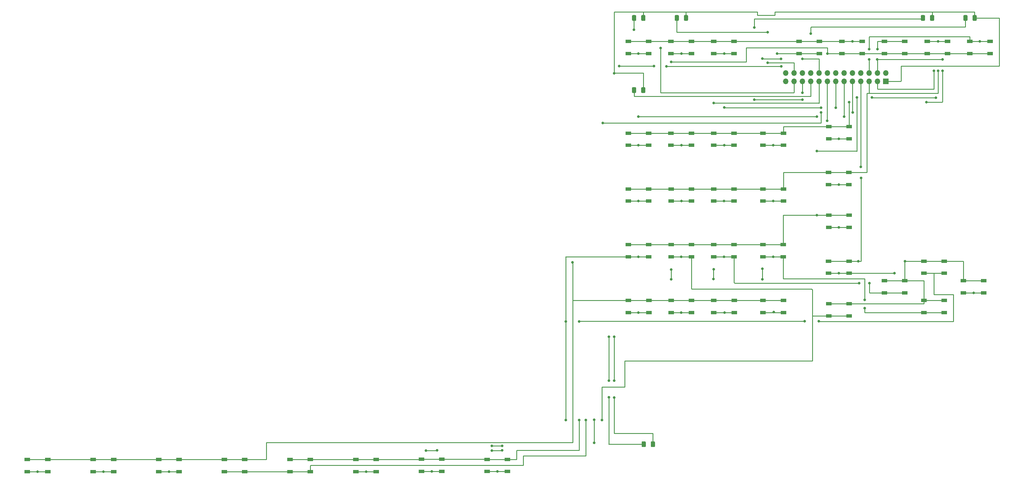
<source format=gbr>
%TF.GenerationSoftware,KiCad,Pcbnew,(5.1.8)-1*%
%TF.CreationDate,2021-02-13T15:24:23+01:00*%
%TF.ProjectId,UPL_Keyboard,55504c5f-4b65-4796-926f-6172642e6b69,2*%
%TF.SameCoordinates,Original*%
%TF.FileFunction,Copper,L1,Top*%
%TF.FilePolarity,Positive*%
%FSLAX46Y46*%
G04 Gerber Fmt 4.6, Leading zero omitted, Abs format (unit mm)*
G04 Created by KiCad (PCBNEW (5.1.8)-1) date 2021-02-13 15:24:23*
%MOMM*%
%LPD*%
G01*
G04 APERTURE LIST*
%TA.AperFunction,ComponentPad*%
%ADD10O,1.700000X1.700000*%
%TD*%
%TA.AperFunction,ComponentPad*%
%ADD11R,1.700000X1.700000*%
%TD*%
%TA.AperFunction,SMDPad,CuDef*%
%ADD12R,1.800000X1.100000*%
%TD*%
%TA.AperFunction,ViaPad*%
%ADD13C,0.800000*%
%TD*%
%TA.AperFunction,Conductor*%
%ADD14C,0.250000*%
%TD*%
G04 APERTURE END LIST*
D10*
%TO.P,J1,26*%
%TO.N,NOT_USED_2*%
X289960000Y-97150000D03*
%TO.P,J1,25*%
%TO.N,KEY_DET*%
X289960000Y-99690000D03*
%TO.P,J1,24*%
%TO.N,LED_SINGLE*%
X292500000Y-97150000D03*
%TO.P,J1,23*%
%TO.N,LED_START*%
X292500000Y-99690000D03*
%TO.P,J1,22*%
%TO.N,LED_GEN_OVRLD*%
X295040000Y-97150000D03*
%TO.P,J1,21*%
%TO.N,LED_OUTPUT*%
X295040000Y-99690000D03*
%TO.P,J1,20*%
%TO.N,LED_REMOTE*%
X297580000Y-97150000D03*
%TO.P,J1,19*%
%TO.N,LED_DATA*%
X297580000Y-99690000D03*
%TO.P,J1,18*%
%TO.N,BTN_COL_8*%
X300120000Y-97150000D03*
%TO.P,J1,17*%
%TO.N,BTN_COL_7*%
X300120000Y-99690000D03*
%TO.P,J1,16*%
%TO.N,BTN_COL_6*%
X302660000Y-97150000D03*
%TO.P,J1,15*%
%TO.N,BTN_COL_5*%
X302660000Y-99690000D03*
%TO.P,J1,14*%
%TO.N,BTN_COL_4*%
X305200000Y-97150000D03*
%TO.P,J1,13*%
%TO.N,BTN_COL_3*%
X305200000Y-99690000D03*
%TO.P,J1,12*%
%TO.N,BTN_COL_2*%
X307740000Y-97150000D03*
%TO.P,J1,11*%
%TO.N,BTN_COL_1*%
X307740000Y-99690000D03*
%TO.P,J1,10*%
%TO.N,NOT_USED_1*%
X310280000Y-97150000D03*
%TO.P,J1,9*%
%TO.N,BTN_ROW_7*%
X310280000Y-99690000D03*
%TO.P,J1,8*%
%TO.N,BTN_ROW_6*%
X312820000Y-97150000D03*
%TO.P,J1,7*%
%TO.N,BTN_ROW_5*%
X312820000Y-99690000D03*
%TO.P,J1,6*%
%TO.N,BTN_ROW_4*%
X315360000Y-97150000D03*
%TO.P,J1,5*%
%TO.N,BTN_ROW_3*%
X315360000Y-99690000D03*
%TO.P,J1,4*%
%TO.N,BTN_ROW_2*%
X317900000Y-97150000D03*
%TO.P,J1,3*%
%TO.N,BTN_ROW_1*%
X317900000Y-99690000D03*
%TO.P,J1,2*%
%TO.N,KEY_DET*%
X320440000Y-97150000D03*
D11*
%TO.P,J1,1*%
%TO.N,LED_A*%
X320440000Y-99690000D03*
%TD*%
D12*
%TO.P,SW40,1*%
%TO.N,BTN_ROW_5*%
X179060000Y-214950000D03*
X185260000Y-214950000D03*
%TO.P,SW40,2*%
%TO.N,BTN_COL_2*%
X179060000Y-218650000D03*
X185260000Y-218650000D03*
%TD*%
%TO.P,SW41,1*%
%TO.N,BTN_ROW_5*%
X199060000Y-214970000D03*
X205260000Y-214970000D03*
%TO.P,SW41,2*%
%TO.N,BTN_COL_1*%
X199060000Y-218670000D03*
X205260000Y-218670000D03*
%TD*%
%TO.P,SW39,1*%
%TO.N,BTN_ROW_5*%
X159080000Y-215010000D03*
X165280000Y-215010000D03*
%TO.P,SW39,2*%
%TO.N,BTN_COL_3*%
X159080000Y-218710000D03*
X165280000Y-218710000D03*
%TD*%
%TO.P,SW38,1*%
%TO.N,BTN_ROW_5*%
X139000000Y-214990000D03*
X145200000Y-214990000D03*
%TO.P,SW38,2*%
%TO.N,BTN_COL_4*%
X139000000Y-218690000D03*
X145200000Y-218690000D03*
%TD*%
%TO.P,SW37,1*%
%TO.N,BTN_ROW_7*%
X119010000Y-214990000D03*
X125210000Y-214990000D03*
%TO.P,SW37,2*%
%TO.N,BTN_COL_4*%
X119010000Y-218690000D03*
X125210000Y-218690000D03*
%TD*%
%TO.P,SW36,1*%
%TO.N,BTN_ROW_7*%
X99050000Y-215000000D03*
X105250000Y-215000000D03*
%TO.P,SW36,2*%
%TO.N,BTN_COL_3*%
X99050000Y-218700000D03*
X105250000Y-218700000D03*
%TD*%
%TO.P,SW35,1*%
%TO.N,BTN_ROW_7*%
X79100000Y-215000000D03*
X85300000Y-215000000D03*
%TO.P,SW35,2*%
%TO.N,BTN_COL_2*%
X79100000Y-218700000D03*
X85300000Y-218700000D03*
%TD*%
%TO.P,SW34,1*%
%TO.N,BTN_ROW_7*%
X59030000Y-214980000D03*
X65230000Y-214980000D03*
%TO.P,SW34,2*%
%TO.N,BTN_COL_1*%
X59030000Y-218680000D03*
X65230000Y-218680000D03*
%TD*%
%TO.P,SW33,1*%
%TO.N,BTN_ROW_6*%
X332040000Y-166490000D03*
X338240000Y-166490000D03*
%TO.P,SW33,2*%
%TO.N,BTN_COL_4*%
X332040000Y-170190000D03*
X338240000Y-170190000D03*
%TD*%
%TO.P,SW32,1*%
%TO.N,BTN_ROW_6*%
X332060000Y-154510000D03*
X338260000Y-154510000D03*
%TO.P,SW32,2*%
%TO.N,BTN_COL_1*%
X332060000Y-158210000D03*
X338260000Y-158210000D03*
%TD*%
%TO.P,SW31,1*%
%TO.N,BTN_ROW_6*%
X344090000Y-160500000D03*
X350290000Y-160500000D03*
%TO.P,SW31,2*%
%TO.N,BTN_COL_5*%
X344090000Y-164200000D03*
X350290000Y-164200000D03*
%TD*%
%TO.P,SW30,1*%
%TO.N,BTN_ROW_6*%
X320050000Y-160470000D03*
X326250000Y-160470000D03*
%TO.P,SW30,2*%
%TO.N,BTN_COL_3*%
X320050000Y-164170000D03*
X326250000Y-164170000D03*
%TD*%
%TO.P,SW29,1*%
%TO.N,BTN_ROW_7*%
X283070000Y-166480000D03*
X289270000Y-166480000D03*
%TO.P,SW29,2*%
%TO.N,BTN_COL_8*%
X283070000Y-170180000D03*
X289270000Y-170180000D03*
%TD*%
%TO.P,SW28,1*%
%TO.N,BTN_ROW_7*%
X268080000Y-166490000D03*
X274280000Y-166490000D03*
%TO.P,SW28,2*%
%TO.N,BTN_COL_7*%
X268080000Y-170190000D03*
X274280000Y-170190000D03*
%TD*%
%TO.P,SW27,1*%
%TO.N,BTN_ROW_7*%
X255050000Y-166500000D03*
X261250000Y-166500000D03*
%TO.P,SW27,2*%
%TO.N,BTN_COL_6*%
X255050000Y-170200000D03*
X261250000Y-170200000D03*
%TD*%
%TO.P,SW26,1*%
%TO.N,BTN_ROW_7*%
X242090000Y-166490000D03*
X248290000Y-166490000D03*
%TO.P,SW26,2*%
%TO.N,BTN_COL_5*%
X242090000Y-170190000D03*
X248290000Y-170190000D03*
%TD*%
%TO.P,SW25,1*%
%TO.N,BTN_ROW_6*%
X303080000Y-167500000D03*
X309280000Y-167500000D03*
%TO.P,SW25,2*%
%TO.N,BTN_COL_2*%
X303080000Y-171200000D03*
X309280000Y-171200000D03*
%TD*%
%TO.P,SW24,1*%
%TO.N,BTN_ROW_4*%
X283050000Y-149500000D03*
X289250000Y-149500000D03*
%TO.P,SW24,2*%
%TO.N,BTN_COL_4*%
X283050000Y-153200000D03*
X289250000Y-153200000D03*
%TD*%
%TO.P,SW23,1*%
%TO.N,BTN_ROW_4*%
X268040000Y-149490000D03*
X274240000Y-149490000D03*
%TO.P,SW23,2*%
%TO.N,BTN_COL_3*%
X268040000Y-153190000D03*
X274240000Y-153190000D03*
%TD*%
%TO.P,SW22,1*%
%TO.N,BTN_ROW_4*%
X255050000Y-149490000D03*
X261250000Y-149490000D03*
%TO.P,SW22,2*%
%TO.N,BTN_COL_2*%
X255050000Y-153190000D03*
X261250000Y-153190000D03*
%TD*%
%TO.P,SW21,1*%
%TO.N,BTN_ROW_4*%
X242050000Y-149480000D03*
X248250000Y-149480000D03*
%TO.P,SW21,2*%
%TO.N,BTN_COL_1*%
X242050000Y-153180000D03*
X248250000Y-153180000D03*
%TD*%
%TO.P,SW20,1*%
%TO.N,BTN_ROW_5*%
X303040000Y-154500000D03*
X309240000Y-154500000D03*
%TO.P,SW20,2*%
%TO.N,BTN_COL_5*%
X303040000Y-158200000D03*
X309240000Y-158200000D03*
%TD*%
%TO.P,SW19,1*%
%TO.N,BTN_ROW_4*%
X303080000Y-140520000D03*
X309280000Y-140520000D03*
%TO.P,SW19,2*%
%TO.N,BTN_COL_5*%
X303080000Y-144220000D03*
X309280000Y-144220000D03*
%TD*%
%TO.P,SW18,1*%
%TO.N,BTN_ROW_3*%
X283060000Y-132490000D03*
X289260000Y-132490000D03*
%TO.P,SW18,2*%
%TO.N,BTN_COL_4*%
X283060000Y-136190000D03*
X289260000Y-136190000D03*
%TD*%
%TO.P,SW17,1*%
%TO.N,BTN_ROW_3*%
X268060000Y-132500000D03*
X274260000Y-132500000D03*
%TO.P,SW17,2*%
%TO.N,BTN_COL_3*%
X268060000Y-136200000D03*
X274260000Y-136200000D03*
%TD*%
%TO.P,SW16,1*%
%TO.N,BTN_ROW_3*%
X255060000Y-132490000D03*
X261260000Y-132490000D03*
%TO.P,SW16,2*%
%TO.N,BTN_COL_2*%
X255060000Y-136190000D03*
X261260000Y-136190000D03*
%TD*%
%TO.P,SW15,1*%
%TO.N,BTN_ROW_3*%
X242030000Y-132500000D03*
X248230000Y-132500000D03*
%TO.P,SW15,2*%
%TO.N,BTN_COL_1*%
X242030000Y-136200000D03*
X248230000Y-136200000D03*
%TD*%
%TO.P,SW14,1*%
%TO.N,BTN_ROW_3*%
X303010000Y-127480000D03*
X309210000Y-127480000D03*
%TO.P,SW14,2*%
%TO.N,BTN_COL_5*%
X303010000Y-131180000D03*
X309210000Y-131180000D03*
%TD*%
%TO.P,SW13,1*%
%TO.N,BTN_ROW_2*%
X303060000Y-113470000D03*
X309260000Y-113470000D03*
%TO.P,SW13,2*%
%TO.N,BTN_COL_5*%
X303060000Y-117170000D03*
X309260000Y-117170000D03*
%TD*%
%TO.P,SW12,1*%
%TO.N,BTN_ROW_2*%
X283060000Y-115490000D03*
X289260000Y-115490000D03*
%TO.P,SW12,2*%
%TO.N,BTN_COL_4*%
X283060000Y-119190000D03*
X289260000Y-119190000D03*
%TD*%
%TO.P,SW11,1*%
%TO.N,BTN_ROW_2*%
X268040000Y-115470000D03*
X274240000Y-115470000D03*
%TO.P,SW11,2*%
%TO.N,BTN_COL_3*%
X268040000Y-119170000D03*
X274240000Y-119170000D03*
%TD*%
%TO.P,SW10,1*%
%TO.N,BTN_ROW_2*%
X255040000Y-115480000D03*
X261240000Y-115480000D03*
%TO.P,SW10,2*%
%TO.N,BTN_COL_2*%
X255040000Y-119180000D03*
X261240000Y-119180000D03*
%TD*%
%TO.P,SW9,1*%
%TO.N,BTN_ROW_2*%
X242030000Y-115490000D03*
X248230000Y-115490000D03*
%TO.P,SW9,2*%
%TO.N,BTN_COL_1*%
X242030000Y-119190000D03*
X248230000Y-119190000D03*
%TD*%
%TO.P,SW8,1*%
%TO.N,BTN_ROW_4*%
X346040000Y-87490000D03*
X352240000Y-87490000D03*
%TO.P,SW8,2*%
%TO.N,BTN_COL_6*%
X346040000Y-91190000D03*
X352240000Y-91190000D03*
%TD*%
%TO.P,SW7,1*%
%TO.N,BTN_ROW_3*%
X333070000Y-87480000D03*
X339270000Y-87480000D03*
%TO.P,SW7,2*%
%TO.N,BTN_COL_6*%
X333070000Y-91180000D03*
X339270000Y-91180000D03*
%TD*%
%TO.P,SW6,1*%
%TO.N,BTN_ROW_2*%
X320050000Y-87490000D03*
X326250000Y-87490000D03*
%TO.P,SW6,2*%
%TO.N,BTN_COL_6*%
X320050000Y-91190000D03*
X326250000Y-91190000D03*
%TD*%
%TO.P,SW5,1*%
%TO.N,BTN_ROW_1*%
X307040000Y-87510000D03*
X313240000Y-87510000D03*
%TO.P,SW5,2*%
%TO.N,BTN_COL_6*%
X307040000Y-91210000D03*
X313240000Y-91210000D03*
%TD*%
%TO.P,SW4,1*%
%TO.N,BTN_ROW_1*%
X294050000Y-87500000D03*
X300250000Y-87500000D03*
%TO.P,SW4,2*%
%TO.N,BTN_COL_5*%
X294050000Y-91200000D03*
X300250000Y-91200000D03*
%TD*%
%TO.P,SW3,1*%
%TO.N,BTN_ROW_1*%
X268050000Y-87510000D03*
X274250000Y-87510000D03*
%TO.P,SW3,2*%
%TO.N,BTN_COL_3*%
X268050000Y-91210000D03*
X274250000Y-91210000D03*
%TD*%
%TO.P,SW2,1*%
%TO.N,BTN_ROW_1*%
X255040000Y-87480000D03*
X261240000Y-87480000D03*
%TO.P,SW2,2*%
%TO.N,BTN_COL_2*%
X255040000Y-91180000D03*
X261240000Y-91180000D03*
%TD*%
%TO.P,SW1,1*%
%TO.N,BTN_ROW_1*%
X242050000Y-87500000D03*
X248250000Y-87500000D03*
%TO.P,SW1,2*%
%TO.N,BTN_COL_1*%
X242050000Y-91200000D03*
X248250000Y-91200000D03*
%TD*%
%TO.P,LED_START1,2*%
%TO.N,LED_A*%
%TA.AperFunction,SMDPad,CuDef*%
G36*
G01*
X245985000Y-80975000D02*
X245985000Y-79725000D01*
G75*
G02*
X246235000Y-79475000I250000J0D01*
G01*
X246985000Y-79475000D01*
G75*
G02*
X247235000Y-79725000I0J-250000D01*
G01*
X247235000Y-80975000D01*
G75*
G02*
X246985000Y-81225000I-250000J0D01*
G01*
X246235000Y-81225000D01*
G75*
G02*
X245985000Y-80975000I0J250000D01*
G01*
G37*
%TD.AperFunction*%
%TO.P,LED_START1,1*%
%TO.N,LED_START*%
%TA.AperFunction,SMDPad,CuDef*%
G36*
G01*
X243185000Y-80975000D02*
X243185000Y-79725000D01*
G75*
G02*
X243435000Y-79475000I250000J0D01*
G01*
X244185000Y-79475000D01*
G75*
G02*
X244435000Y-79725000I0J-250000D01*
G01*
X244435000Y-80975000D01*
G75*
G02*
X244185000Y-81225000I-250000J0D01*
G01*
X243435000Y-81225000D01*
G75*
G02*
X243185000Y-80975000I0J250000D01*
G01*
G37*
%TD.AperFunction*%
%TD*%
%TO.P,LED_SINGLE1,2*%
%TO.N,LED_A*%
%TA.AperFunction,SMDPad,CuDef*%
G36*
G01*
X258975000Y-80965000D02*
X258975000Y-79715000D01*
G75*
G02*
X259225000Y-79465000I250000J0D01*
G01*
X259975000Y-79465000D01*
G75*
G02*
X260225000Y-79715000I0J-250000D01*
G01*
X260225000Y-80965000D01*
G75*
G02*
X259975000Y-81215000I-250000J0D01*
G01*
X259225000Y-81215000D01*
G75*
G02*
X258975000Y-80965000I0J250000D01*
G01*
G37*
%TD.AperFunction*%
%TO.P,LED_SINGLE1,1*%
%TO.N,LED_SINGLE*%
%TA.AperFunction,SMDPad,CuDef*%
G36*
G01*
X256175000Y-80965000D02*
X256175000Y-79715000D01*
G75*
G02*
X256425000Y-79465000I250000J0D01*
G01*
X257175000Y-79465000D01*
G75*
G02*
X257425000Y-79715000I0J-250000D01*
G01*
X257425000Y-80965000D01*
G75*
G02*
X257175000Y-81215000I-250000J0D01*
G01*
X256425000Y-81215000D01*
G75*
G02*
X256175000Y-80965000I0J250000D01*
G01*
G37*
%TD.AperFunction*%
%TD*%
%TO.P,LED_REMOTE1,2*%
%TO.N,LED_A*%
%TA.AperFunction,SMDPad,CuDef*%
G36*
G01*
X346875000Y-80975000D02*
X346875000Y-79725000D01*
G75*
G02*
X347125000Y-79475000I250000J0D01*
G01*
X347875000Y-79475000D01*
G75*
G02*
X348125000Y-79725000I0J-250000D01*
G01*
X348125000Y-80975000D01*
G75*
G02*
X347875000Y-81225000I-250000J0D01*
G01*
X347125000Y-81225000D01*
G75*
G02*
X346875000Y-80975000I0J250000D01*
G01*
G37*
%TD.AperFunction*%
%TO.P,LED_REMOTE1,1*%
%TO.N,LED_REMOTE*%
%TA.AperFunction,SMDPad,CuDef*%
G36*
G01*
X344075000Y-80975000D02*
X344075000Y-79725000D01*
G75*
G02*
X344325000Y-79475000I250000J0D01*
G01*
X345075000Y-79475000D01*
G75*
G02*
X345325000Y-79725000I0J-250000D01*
G01*
X345325000Y-80975000D01*
G75*
G02*
X345075000Y-81225000I-250000J0D01*
G01*
X344325000Y-81225000D01*
G75*
G02*
X344075000Y-80975000I0J250000D01*
G01*
G37*
%TD.AperFunction*%
%TD*%
%TO.P,LED_OUTPUT1,2*%
%TO.N,LED_A*%
%TA.AperFunction,SMDPad,CuDef*%
G36*
G01*
X333925000Y-80965000D02*
X333925000Y-79715000D01*
G75*
G02*
X334175000Y-79465000I250000J0D01*
G01*
X334925000Y-79465000D01*
G75*
G02*
X335175000Y-79715000I0J-250000D01*
G01*
X335175000Y-80965000D01*
G75*
G02*
X334925000Y-81215000I-250000J0D01*
G01*
X334175000Y-81215000D01*
G75*
G02*
X333925000Y-80965000I0J250000D01*
G01*
G37*
%TD.AperFunction*%
%TO.P,LED_OUTPUT1,1*%
%TO.N,LED_OUTPUT*%
%TA.AperFunction,SMDPad,CuDef*%
G36*
G01*
X331125000Y-80965000D02*
X331125000Y-79715000D01*
G75*
G02*
X331375000Y-79465000I250000J0D01*
G01*
X332125000Y-79465000D01*
G75*
G02*
X332375000Y-79715000I0J-250000D01*
G01*
X332375000Y-80965000D01*
G75*
G02*
X332125000Y-81215000I-250000J0D01*
G01*
X331375000Y-81215000D01*
G75*
G02*
X331125000Y-80965000I0J250000D01*
G01*
G37*
%TD.AperFunction*%
%TD*%
%TO.P,LED_GEN_OVRLD1,2*%
%TO.N,LED_A*%
%TA.AperFunction,SMDPad,CuDef*%
G36*
G01*
X248895000Y-210975000D02*
X248895000Y-209725000D01*
G75*
G02*
X249145000Y-209475000I250000J0D01*
G01*
X249895000Y-209475000D01*
G75*
G02*
X250145000Y-209725000I0J-250000D01*
G01*
X250145000Y-210975000D01*
G75*
G02*
X249895000Y-211225000I-250000J0D01*
G01*
X249145000Y-211225000D01*
G75*
G02*
X248895000Y-210975000I0J250000D01*
G01*
G37*
%TD.AperFunction*%
%TO.P,LED_GEN_OVRLD1,1*%
%TO.N,LED_GEN_OVRLD*%
%TA.AperFunction,SMDPad,CuDef*%
G36*
G01*
X246095000Y-210975000D02*
X246095000Y-209725000D01*
G75*
G02*
X246345000Y-209475000I250000J0D01*
G01*
X247095000Y-209475000D01*
G75*
G02*
X247345000Y-209725000I0J-250000D01*
G01*
X247345000Y-210975000D01*
G75*
G02*
X247095000Y-211225000I-250000J0D01*
G01*
X246345000Y-211225000D01*
G75*
G02*
X246095000Y-210975000I0J250000D01*
G01*
G37*
%TD.AperFunction*%
%TD*%
%TO.P,LED_DATA1,2*%
%TO.N,LED_A*%
%TA.AperFunction,SMDPad,CuDef*%
G36*
G01*
X245965000Y-102975000D02*
X245965000Y-101725000D01*
G75*
G02*
X246215000Y-101475000I250000J0D01*
G01*
X246965000Y-101475000D01*
G75*
G02*
X247215000Y-101725000I0J-250000D01*
G01*
X247215000Y-102975000D01*
G75*
G02*
X246965000Y-103225000I-250000J0D01*
G01*
X246215000Y-103225000D01*
G75*
G02*
X245965000Y-102975000I0J250000D01*
G01*
G37*
%TD.AperFunction*%
%TO.P,LED_DATA1,1*%
%TO.N,LED_DATA*%
%TA.AperFunction,SMDPad,CuDef*%
G36*
G01*
X243165000Y-102975000D02*
X243165000Y-101725000D01*
G75*
G02*
X243415000Y-101475000I250000J0D01*
G01*
X244165000Y-101475000D01*
G75*
G02*
X244415000Y-101725000I0J-250000D01*
G01*
X244415000Y-102975000D01*
G75*
G02*
X244165000Y-103225000I-250000J0D01*
G01*
X243415000Y-103225000D01*
G75*
G02*
X243165000Y-102975000I0J250000D01*
G01*
G37*
%TD.AperFunction*%
%TD*%
D13*
%TO.N,LED_SINGLE*%
X284480000Y-93980000D03*
X284460000Y-84690000D03*
%TO.N,LED_START*%
X251900000Y-89540000D03*
X243780000Y-83970000D03*
%TO.N,LED_GEN_OVRLD*%
X236120000Y-196060000D03*
X236160000Y-190960000D03*
X236110000Y-177580000D03*
X288610000Y-95100000D03*
X253610000Y-95070000D03*
X249820000Y-95050000D03*
X239280000Y-95040000D03*
%TO.N,LED_OUTPUT*%
X295040000Y-103130000D03*
X295060000Y-105300000D03*
X280430000Y-105300000D03*
X280410000Y-83240000D03*
%TO.N,LED_REMOTE*%
X297590000Y-85140000D03*
%TO.N,BTN_COL_8*%
X286300000Y-170070000D03*
X282830000Y-160030000D03*
X282850000Y-156870000D03*
X295070000Y-92790000D03*
X288550000Y-92810000D03*
X282850000Y-92770000D03*
%TO.N,BTN_COL_7*%
X271320000Y-170210000D03*
X268000000Y-160000000D03*
X268020000Y-156970000D03*
X268020000Y-106310000D03*
%TO.N,BTN_COL_6*%
X258140000Y-170200000D03*
X302680000Y-91220000D03*
X255110000Y-160040000D03*
X255110000Y-157080000D03*
X255110000Y-93770000D03*
%TO.N,BTN_COL_5*%
X306150000Y-158200000D03*
X306140000Y-144220000D03*
X306150000Y-131180000D03*
X306160000Y-117170000D03*
X245140000Y-170190000D03*
X323080000Y-158180000D03*
X347210000Y-164200000D03*
X302620000Y-111690000D03*
X287370000Y-91210000D03*
%TO.N,BTN_COL_4*%
X286200000Y-153200000D03*
X286200000Y-136190000D03*
X286200000Y-119190000D03*
X313980000Y-166310000D03*
X314000000Y-168850000D03*
X229110000Y-202930000D03*
%TO.N,BTN_COL_3*%
X271210000Y-153190000D03*
X271210000Y-136200000D03*
X271220000Y-119170000D03*
X271220000Y-91210000D03*
X312320000Y-161270000D03*
X315460000Y-161270000D03*
X102160000Y-218700000D03*
X180450000Y-212250000D03*
X183800000Y-212230000D03*
X200470000Y-212290000D03*
X203630000Y-212240000D03*
X162220000Y-218710000D03*
X231640000Y-202920000D03*
X231630000Y-209950000D03*
X305220000Y-107750000D03*
X300760000Y-107720000D03*
X271220000Y-107670000D03*
%TO.N,BTN_COL_2*%
X258160000Y-153190000D03*
X258190000Y-136190000D03*
X258190000Y-119180000D03*
X258190000Y-91180000D03*
X82190000Y-218700000D03*
X200470000Y-210880000D03*
X203640000Y-210880000D03*
X182230000Y-218650000D03*
X233970000Y-202970000D03*
%TO.N,BTN_COL_1*%
X245140000Y-153180000D03*
X245140000Y-136200000D03*
X245140000Y-119190000D03*
X245140000Y-91200000D03*
X62130000Y-218680000D03*
X202180000Y-218670000D03*
X223030000Y-202970000D03*
X300070000Y-172870000D03*
X295760000Y-172870000D03*
X227100000Y-172880000D03*
X223010000Y-172920000D03*
X307740000Y-110450000D03*
X299430000Y-110470000D03*
X245140000Y-110450000D03*
%TO.N,BTN_ROW_7*%
X225060000Y-154920000D03*
X310360000Y-109200000D03*
X234240000Y-112420000D03*
X300750000Y-109200000D03*
%TO.N,BTN_ROW_6*%
X326280000Y-154510000D03*
%TO.N,BTN_ROW_5*%
X312080000Y-154530000D03*
X227060000Y-202940000D03*
X312870000Y-125720000D03*
X312900000Y-129130000D03*
%TO.N,BTN_ROW_4*%
X315400000Y-93000000D03*
X315380000Y-89870000D03*
X349100000Y-87490000D03*
X335670000Y-104640000D03*
X316250000Y-104610000D03*
X311650000Y-104630000D03*
X299430000Y-120900000D03*
X299440000Y-140520000D03*
%TO.N,BTN_ROW_3*%
X336380000Y-96470000D03*
X336340000Y-87480000D03*
%TO.N,BTN_ROW_2*%
X317860000Y-93000000D03*
X317880000Y-89820000D03*
X309290000Y-106030000D03*
X332830000Y-106030000D03*
X337760000Y-96490000D03*
X337750000Y-93000000D03*
%TO.N,BTN_ROW_1*%
X335120000Y-96460000D03*
X310280000Y-87510000D03*
%TO.N,LED_A*%
X237740000Y-196080000D03*
X237720000Y-190990000D03*
X237720000Y-177590000D03*
X237710000Y-97190000D03*
%TD*%
D14*
%TO.N,LED_SINGLE*%
X256800000Y-84690000D02*
X256800000Y-80340000D01*
X292500000Y-94040000D02*
X292500000Y-97150000D01*
X292470000Y-94010000D02*
X292500000Y-94040000D01*
X289760000Y-94010000D02*
X292470000Y-94010000D01*
X289750000Y-94000000D02*
X289760000Y-94010000D01*
X284510000Y-94010000D02*
X284480000Y-93980000D01*
X289760000Y-94010000D02*
X284510000Y-94010000D01*
X284460000Y-84690000D02*
X256800000Y-84690000D01*
%TO.N,LED_START*%
X292500000Y-99690000D02*
X292500000Y-103090000D01*
X292500000Y-103090000D02*
X292420000Y-103170000D01*
X292420000Y-103170000D02*
X251890000Y-103170000D01*
X251890000Y-89550000D02*
X251900000Y-89540000D01*
X251890000Y-103170000D02*
X251890000Y-89550000D01*
X243780000Y-80380000D02*
X243810000Y-80350000D01*
X243780000Y-83970000D02*
X243780000Y-80380000D01*
%TO.N,LED_GEN_OVRLD*%
X246720000Y-210350000D02*
X236060000Y-210350000D01*
X236120000Y-210290000D02*
X236120000Y-196060000D01*
X236060000Y-210350000D02*
X236120000Y-210290000D01*
X236160000Y-190960000D02*
X236160000Y-177700000D01*
X236110000Y-177650000D02*
X236110000Y-177580000D01*
X236160000Y-177700000D02*
X236110000Y-177650000D01*
X253620000Y-95080000D02*
X253610000Y-95070000D01*
X288620000Y-95100000D02*
X253630000Y-95100000D01*
X239290000Y-95050000D02*
X239280000Y-95040000D01*
X249820000Y-95050000D02*
X239290000Y-95050000D01*
%TO.N,LED_OUTPUT*%
X295040000Y-99690000D02*
X295040000Y-103130000D01*
X295060000Y-105300000D02*
X280430000Y-105300000D01*
X331420000Y-80670000D02*
X331750000Y-80340000D01*
X280410000Y-80670000D02*
X331420000Y-80670000D01*
X280410000Y-82870000D02*
X280410000Y-80670000D01*
%TO.N,LED_REMOTE*%
X344700000Y-83050000D02*
X344660000Y-83090000D01*
X344700000Y-80350000D02*
X344700000Y-83050000D01*
X297590000Y-83230000D02*
X297730000Y-83090000D01*
X344660000Y-83090000D02*
X297730000Y-83090000D01*
X297590000Y-83230000D02*
X297590000Y-85140000D01*
%TO.N,LED_DATA*%
X297580000Y-104240000D02*
X297580000Y-99690000D01*
X243790000Y-104240000D02*
X297580000Y-104240000D01*
X243790000Y-102350000D02*
X243790000Y-104240000D01*
%TO.N,BTN_COL_8*%
X286190000Y-170180000D02*
X286300000Y-170070000D01*
X283070000Y-170180000D02*
X286190000Y-170180000D01*
X286190000Y-170180000D02*
X289270000Y-170180000D01*
X282830000Y-156890000D02*
X282850000Y-156870000D01*
X282830000Y-160030000D02*
X282830000Y-156890000D01*
X300120000Y-97150000D02*
X300120000Y-93180000D01*
X295090000Y-92810000D02*
X295070000Y-92790000D01*
X282890000Y-92810000D02*
X282850000Y-92770000D01*
X288550000Y-92810000D02*
X282890000Y-92810000D01*
X300120000Y-93180000D02*
X300120000Y-92850000D01*
X300060000Y-92790000D02*
X295070000Y-92790000D01*
X300120000Y-92850000D02*
X300060000Y-92790000D01*
%TO.N,BTN_COL_7*%
X271340000Y-170190000D02*
X271320000Y-170210000D01*
X271490000Y-170190000D02*
X271340000Y-170190000D01*
X268080000Y-170190000D02*
X271490000Y-170190000D01*
X271490000Y-170190000D02*
X274280000Y-170190000D01*
X268000000Y-156990000D02*
X268020000Y-156970000D01*
X268000000Y-160000000D02*
X268000000Y-156990000D01*
X300120000Y-99690000D02*
X300120000Y-106340000D01*
X300090000Y-106310000D02*
X268020000Y-106310000D01*
X300120000Y-106340000D02*
X300090000Y-106310000D01*
%TO.N,BTN_COL_6*%
X255050000Y-170200000D02*
X258140000Y-170200000D01*
X307040000Y-91210000D02*
X313240000Y-91210000D01*
X320050000Y-91190000D02*
X326250000Y-91190000D01*
X320030000Y-91210000D02*
X320050000Y-91190000D01*
X313240000Y-91210000D02*
X320030000Y-91210000D01*
X333060000Y-91190000D02*
X333070000Y-91180000D01*
X326250000Y-91190000D02*
X333060000Y-91190000D01*
X333070000Y-91180000D02*
X339270000Y-91180000D01*
X346030000Y-91180000D02*
X346040000Y-91190000D01*
X339270000Y-91180000D02*
X346030000Y-91180000D01*
X346040000Y-91190000D02*
X352240000Y-91190000D01*
X258140000Y-170200000D02*
X261250000Y-170200000D01*
X307030000Y-91220000D02*
X307040000Y-91210000D01*
X302680000Y-91220000D02*
X307030000Y-91220000D01*
X255110000Y-160040000D02*
X255110000Y-157080000D01*
X302680000Y-91220000D02*
X302680000Y-89470000D01*
X302680000Y-89470000D02*
X277930000Y-89470000D01*
X277930000Y-89470000D02*
X277930000Y-93780000D01*
X277920000Y-93770000D02*
X255110000Y-93770000D01*
X277930000Y-93780000D02*
X277920000Y-93770000D01*
%TO.N,BTN_COL_5*%
X242090000Y-170190000D02*
X245140000Y-170190000D01*
X303040000Y-158200000D02*
X306150000Y-158200000D01*
X294050000Y-91200000D02*
X300250000Y-91200000D01*
X306150000Y-158200000D02*
X309240000Y-158200000D01*
X306140000Y-144220000D02*
X309280000Y-144220000D01*
X303080000Y-144220000D02*
X306140000Y-144220000D01*
X306150000Y-131180000D02*
X309210000Y-131180000D01*
X303010000Y-131180000D02*
X306150000Y-131180000D01*
X306160000Y-117170000D02*
X309260000Y-117170000D01*
X303060000Y-117170000D02*
X306160000Y-117170000D01*
X245140000Y-170190000D02*
X248290000Y-170190000D01*
X323060000Y-158200000D02*
X323080000Y-158180000D01*
X309240000Y-158200000D02*
X323060000Y-158200000D01*
X347210000Y-164200000D02*
X344090000Y-164200000D01*
X350290000Y-164200000D02*
X347210000Y-164200000D01*
X302620000Y-99730000D02*
X302660000Y-99690000D01*
X302620000Y-111690000D02*
X302620000Y-99730000D01*
X291460000Y-91200000D02*
X291450000Y-91210000D01*
X294050000Y-91200000D02*
X291460000Y-91200000D01*
X287380000Y-91200000D02*
X287370000Y-91210000D01*
X291460000Y-91200000D02*
X287380000Y-91200000D01*
%TO.N,BTN_COL_4*%
X125210000Y-218690000D02*
X139000000Y-218690000D01*
X139000000Y-218690000D02*
X145200000Y-218690000D01*
X119010000Y-218690000D02*
X125210000Y-218690000D01*
X332040000Y-170190000D02*
X338240000Y-170190000D01*
X283050000Y-153200000D02*
X286200000Y-153200000D01*
X286200000Y-153200000D02*
X289250000Y-153200000D01*
X286200000Y-136190000D02*
X289260000Y-136190000D01*
X283060000Y-136190000D02*
X286200000Y-136190000D01*
X286200000Y-119190000D02*
X289260000Y-119190000D01*
X283060000Y-119190000D02*
X286200000Y-119190000D01*
X289250000Y-153200000D02*
X289250000Y-159900000D01*
X289250000Y-159900000D02*
X313970000Y-159900000D01*
X313980000Y-159910000D02*
X313980000Y-166310000D01*
X313970000Y-159900000D02*
X313980000Y-159910000D01*
X314000000Y-170190000D02*
X332040000Y-170190000D01*
X314000000Y-168850000D02*
X314000000Y-170190000D01*
X145200000Y-218690000D02*
X145200000Y-216920000D01*
X145340000Y-216780000D02*
X210060000Y-216780000D01*
X145200000Y-216920000D02*
X145340000Y-216780000D01*
X210060000Y-216780000D02*
X210050000Y-216770000D01*
X210050000Y-216770000D02*
X210050000Y-213940000D01*
X210050000Y-213940000D02*
X210070000Y-213920000D01*
X229110000Y-210776410D02*
X229120000Y-210786410D01*
X229110000Y-202930000D02*
X229110000Y-210776410D01*
X220830000Y-213920000D02*
X220990000Y-213920000D01*
X210070000Y-213920000D02*
X220830000Y-213920000D01*
X229110000Y-213910000D02*
X229110000Y-210776410D01*
X229120000Y-213920000D02*
X229110000Y-213910000D01*
X220830000Y-213920000D02*
X229120000Y-213920000D01*
%TO.N,BTN_COL_3*%
X99050000Y-218700000D02*
X102160000Y-218700000D01*
X165280000Y-218710000D02*
X162220000Y-218710000D01*
X326250000Y-164170000D02*
X320050000Y-164170000D01*
X268040000Y-153190000D02*
X271210000Y-153190000D01*
X271210000Y-153190000D02*
X274240000Y-153190000D01*
X271210000Y-136200000D02*
X274260000Y-136200000D01*
X268060000Y-136200000D02*
X271210000Y-136200000D01*
X271220000Y-119170000D02*
X274240000Y-119170000D01*
X268040000Y-119170000D02*
X271220000Y-119170000D01*
X271220000Y-91210000D02*
X274250000Y-91210000D01*
X268050000Y-91210000D02*
X271220000Y-91210000D01*
X274240000Y-153190000D02*
X274240000Y-161050000D01*
X274460000Y-161270000D02*
X312320000Y-161270000D01*
X274240000Y-161050000D02*
X274460000Y-161270000D01*
X315460000Y-161270000D02*
X315460000Y-164120000D01*
X315510000Y-164170000D02*
X320050000Y-164170000D01*
X315460000Y-164120000D02*
X315510000Y-164170000D01*
X102160000Y-218700000D02*
X105250000Y-218700000D01*
X183780000Y-212250000D02*
X183800000Y-212230000D01*
X180450000Y-212250000D02*
X183780000Y-212250000D01*
X203580000Y-212290000D02*
X203630000Y-212240000D01*
X200470000Y-212290000D02*
X203580000Y-212290000D01*
X162220000Y-218710000D02*
X159080000Y-218710000D01*
X231640000Y-209940000D02*
X231630000Y-209950000D01*
X231640000Y-202920000D02*
X231640000Y-209940000D01*
X305200000Y-107730000D02*
X305220000Y-107750000D01*
X305200000Y-99690000D02*
X305200000Y-107730000D01*
X271270000Y-107720000D02*
X271220000Y-107670000D01*
X300760000Y-107720000D02*
X271270000Y-107720000D01*
%TO.N,BTN_COL_2*%
X79100000Y-218700000D02*
X82190000Y-218700000D01*
X185260000Y-218650000D02*
X182230000Y-218650000D01*
X255050000Y-153190000D02*
X258160000Y-153190000D01*
X303080000Y-171200000D02*
X309280000Y-171200000D01*
X258160000Y-153190000D02*
X261250000Y-153190000D01*
X258190000Y-136190000D02*
X261260000Y-136190000D01*
X255060000Y-136190000D02*
X258190000Y-136190000D01*
X258190000Y-119180000D02*
X261240000Y-119180000D01*
X255040000Y-119180000D02*
X258190000Y-119180000D01*
X258190000Y-91180000D02*
X261240000Y-91180000D01*
X255040000Y-91180000D02*
X258190000Y-91180000D01*
X298090000Y-171200000D02*
X303080000Y-171200000D01*
X298090000Y-163250000D02*
X298090000Y-171200000D01*
X297880000Y-163040000D02*
X298090000Y-163250000D01*
X261330000Y-163040000D02*
X297880000Y-163040000D01*
X261250000Y-162960000D02*
X261330000Y-163040000D01*
X261250000Y-153190000D02*
X261250000Y-162960000D01*
X82190000Y-218700000D02*
X85300000Y-218700000D01*
X200470000Y-210880000D02*
X203640000Y-210880000D01*
X182230000Y-218650000D02*
X179060000Y-218650000D01*
X233970000Y-192930000D02*
X233980000Y-192920000D01*
X233970000Y-202970000D02*
X233970000Y-192930000D01*
X240920000Y-192920000D02*
X240920000Y-184940000D01*
X233980000Y-192920000D02*
X240920000Y-192920000D01*
X298070000Y-184940000D02*
X298090000Y-184960000D01*
X240920000Y-184940000D02*
X298070000Y-184940000D01*
X298090000Y-184960000D02*
X298090000Y-171200000D01*
%TO.N,BTN_COL_1*%
X59030000Y-218680000D02*
X62130000Y-218680000D01*
X205260000Y-218670000D02*
X202180000Y-218670000D01*
X242050000Y-153180000D02*
X245140000Y-153180000D01*
X245140000Y-153180000D02*
X248250000Y-153180000D01*
X245140000Y-136200000D02*
X248230000Y-136200000D01*
X242030000Y-136200000D02*
X245140000Y-136200000D01*
X245140000Y-119190000D02*
X248230000Y-119190000D01*
X242030000Y-119190000D02*
X245140000Y-119190000D01*
X245140000Y-91200000D02*
X248250000Y-91200000D01*
X242050000Y-91200000D02*
X245140000Y-91200000D01*
X62130000Y-218680000D02*
X65230000Y-218680000D01*
X202180000Y-218670000D02*
X199060000Y-218670000D01*
X242050000Y-153180000D02*
X222920000Y-153180000D01*
X222920000Y-153180000D02*
X223010000Y-153270000D01*
X223020000Y-202960000D02*
X223030000Y-202970000D01*
X223010000Y-202960000D02*
X223020000Y-202960000D01*
X335140000Y-158210000D02*
X335140000Y-164680000D01*
X332060000Y-158210000D02*
X335140000Y-158210000D01*
X335140000Y-158210000D02*
X338260000Y-158210000D01*
X335140000Y-164680000D02*
X335160000Y-164700000D01*
X335160000Y-164700000D02*
X340980000Y-164700000D01*
X340980000Y-164700000D02*
X341000000Y-164720000D01*
X341000000Y-164720000D02*
X341000000Y-172920000D01*
X300120000Y-172920000D02*
X300070000Y-172870000D01*
X341000000Y-172920000D02*
X300120000Y-172920000D01*
X227110000Y-172870000D02*
X227100000Y-172880000D01*
X295760000Y-172870000D02*
X227110000Y-172870000D01*
X223010000Y-172920000D02*
X223010000Y-202960000D01*
X223010000Y-153270000D02*
X223010000Y-172920000D01*
X307740000Y-99690000D02*
X307740000Y-110450000D01*
X245160000Y-110470000D02*
X245140000Y-110450000D01*
X299430000Y-110470000D02*
X245160000Y-110470000D01*
%TO.N,BTN_ROW_7*%
X59030000Y-214980000D02*
X65230000Y-214980000D01*
X79080000Y-214980000D02*
X79100000Y-215000000D01*
X65230000Y-214980000D02*
X79080000Y-214980000D01*
X79100000Y-215000000D02*
X85300000Y-215000000D01*
X85300000Y-215000000D02*
X99050000Y-215000000D01*
X99050000Y-215000000D02*
X105250000Y-215000000D01*
X119000000Y-215000000D02*
X119010000Y-214990000D01*
X105250000Y-215000000D02*
X119000000Y-215000000D01*
X119010000Y-214990000D02*
X125210000Y-214990000D01*
X242090000Y-166490000D02*
X248290000Y-166490000D01*
X255040000Y-166490000D02*
X255050000Y-166500000D01*
X248290000Y-166490000D02*
X255040000Y-166490000D01*
X255050000Y-166500000D02*
X261250000Y-166500000D01*
X268070000Y-166500000D02*
X268080000Y-166490000D01*
X261250000Y-166500000D02*
X268070000Y-166500000D01*
X268080000Y-166490000D02*
X274280000Y-166490000D01*
X283060000Y-166490000D02*
X283070000Y-166480000D01*
X274280000Y-166490000D02*
X283060000Y-166490000D01*
X283070000Y-166480000D02*
X289270000Y-166480000D01*
X131820000Y-214980000D02*
X131810000Y-214990000D01*
X131820000Y-209790000D02*
X131820000Y-214980000D01*
X131810000Y-214990000D02*
X125210000Y-214990000D01*
X225080000Y-209790000D02*
X131820000Y-209790000D01*
X225090000Y-209780000D02*
X225080000Y-209790000D01*
X225090000Y-166490000D02*
X225090000Y-209780000D01*
X242090000Y-166490000D02*
X225090000Y-166490000D01*
X225090000Y-154950000D02*
X225060000Y-154920000D01*
X225090000Y-166490000D02*
X225090000Y-154950000D01*
X310280000Y-109120000D02*
X310360000Y-109200000D01*
X310280000Y-99690000D02*
X310280000Y-109120000D01*
X234240000Y-112420000D02*
X300710000Y-112420000D01*
X300710000Y-112420000D02*
X300750000Y-112380000D01*
X300750000Y-112380000D02*
X300750000Y-109200000D01*
%TO.N,BTN_ROW_6*%
X320050000Y-160470000D02*
X326250000Y-160470000D01*
X326250000Y-160470000D02*
X326250000Y-154540000D01*
X326280000Y-154510000D02*
X332060000Y-154510000D01*
X326250000Y-154540000D02*
X326280000Y-154510000D01*
X332060000Y-154510000D02*
X338260000Y-154510000D01*
X344090000Y-160500000D02*
X350290000Y-160500000D01*
X344090000Y-160500000D02*
X344090000Y-154610000D01*
X343990000Y-154510000D02*
X338260000Y-154510000D01*
X344090000Y-154610000D02*
X343990000Y-154510000D01*
X332040000Y-166490000D02*
X338240000Y-166490000D01*
X332040000Y-166490000D02*
X332040000Y-160490000D01*
X332020000Y-160470000D02*
X326250000Y-160470000D01*
X332040000Y-160490000D02*
X332020000Y-160470000D01*
X303080000Y-167500000D02*
X309280000Y-167500000D01*
X332040000Y-167500000D02*
X332040000Y-166490000D01*
X309280000Y-167500000D02*
X332040000Y-167500000D01*
%TO.N,BTN_ROW_5*%
X139000000Y-214990000D02*
X145200000Y-214990000D01*
X159060000Y-214990000D02*
X159080000Y-215010000D01*
X145200000Y-214990000D02*
X159060000Y-214990000D01*
X159080000Y-215010000D02*
X165280000Y-215010000D01*
X179000000Y-215010000D02*
X179060000Y-214950000D01*
X165280000Y-215010000D02*
X179000000Y-215010000D01*
X179060000Y-214950000D02*
X185260000Y-214950000D01*
X199040000Y-214950000D02*
X199060000Y-214970000D01*
X185260000Y-214950000D02*
X199040000Y-214950000D01*
X199060000Y-214970000D02*
X205260000Y-214970000D01*
X303040000Y-154500000D02*
X309240000Y-154500000D01*
X205260000Y-214970000D02*
X207990000Y-214970000D01*
X207990000Y-214970000D02*
X208020000Y-214940000D01*
X208020000Y-214940000D02*
X208020000Y-212300000D01*
X208020000Y-212300000D02*
X208090000Y-212230000D01*
X312050000Y-154500000D02*
X312080000Y-154530000D01*
X309240000Y-154500000D02*
X312050000Y-154500000D01*
X227060000Y-202940000D02*
X227060000Y-212190000D01*
X227020000Y-212230000D02*
X220540000Y-212230000D01*
X227060000Y-212190000D02*
X227020000Y-212230000D01*
X220540000Y-212230000D02*
X220980000Y-212230000D01*
X208090000Y-212230000D02*
X220540000Y-212230000D01*
X312820000Y-125670000D02*
X312870000Y-125720000D01*
X312820000Y-99690000D02*
X312820000Y-125670000D01*
X312900000Y-129130000D02*
X312900000Y-154520000D01*
X312890000Y-154530000D02*
X312080000Y-154530000D01*
X312900000Y-154520000D02*
X312890000Y-154530000D01*
%TO.N,BTN_ROW_4*%
X242050000Y-149480000D02*
X248250000Y-149480000D01*
X255040000Y-149480000D02*
X255050000Y-149490000D01*
X248250000Y-149480000D02*
X255040000Y-149480000D01*
X255050000Y-149490000D02*
X261250000Y-149490000D01*
X261250000Y-149490000D02*
X268040000Y-149490000D01*
X268040000Y-149490000D02*
X274240000Y-149490000D01*
X283040000Y-149490000D02*
X283050000Y-149500000D01*
X274240000Y-149490000D02*
X283040000Y-149490000D01*
X283050000Y-149500000D02*
X289250000Y-149500000D01*
X303080000Y-140520000D02*
X309280000Y-140520000D01*
X289250000Y-149500000D02*
X289250000Y-140520000D01*
X352240000Y-87490000D02*
X349100000Y-87490000D01*
X315360000Y-93040000D02*
X315400000Y-93000000D01*
X315360000Y-97150000D02*
X315360000Y-93040000D01*
X315430000Y-86070000D02*
X346040000Y-86070000D01*
X346040000Y-86070000D02*
X346040000Y-87490000D01*
X315380000Y-86120000D02*
X315430000Y-86070000D01*
X315380000Y-89870000D02*
X315380000Y-86120000D01*
X349100000Y-87490000D02*
X345230000Y-87490000D01*
X316280000Y-104640000D02*
X316250000Y-104610000D01*
X335670000Y-104640000D02*
X316280000Y-104640000D01*
X311650000Y-105130000D02*
X311650000Y-120990000D01*
X311650000Y-120990000D02*
X311560000Y-120900000D01*
X311560000Y-120900000D02*
X299430000Y-120900000D01*
X299440000Y-140520000D02*
X303080000Y-140520000D01*
X289250000Y-140520000D02*
X299440000Y-140520000D01*
X311650000Y-105130000D02*
X311650000Y-104630000D01*
%TO.N,BTN_ROW_3*%
X242030000Y-132500000D02*
X248230000Y-132500000D01*
X255050000Y-132500000D02*
X255060000Y-132490000D01*
X248230000Y-132500000D02*
X255050000Y-132500000D01*
X255060000Y-132490000D02*
X261260000Y-132490000D01*
X268050000Y-132490000D02*
X268060000Y-132500000D01*
X261260000Y-132490000D02*
X268050000Y-132490000D01*
X268060000Y-132500000D02*
X274260000Y-132500000D01*
X283050000Y-132500000D02*
X283060000Y-132490000D01*
X274260000Y-132500000D02*
X283050000Y-132500000D01*
X283060000Y-132490000D02*
X289260000Y-132490000D01*
X303010000Y-127480000D02*
X309210000Y-127480000D01*
X289260000Y-132490000D02*
X289260000Y-127520000D01*
X289300000Y-127480000D02*
X303010000Y-127480000D01*
X289260000Y-127520000D02*
X289300000Y-127480000D01*
X336340000Y-87480000D02*
X333070000Y-87480000D01*
X339270000Y-87480000D02*
X336340000Y-87480000D01*
X336350000Y-96500000D02*
X336380000Y-96470000D01*
X336350000Y-103320000D02*
X336350000Y-96500000D01*
X315360000Y-103320000D02*
X336350000Y-103320000D01*
X309220000Y-127490000D02*
X309210000Y-127480000D01*
X314670000Y-127490000D02*
X309220000Y-127490000D01*
X314670000Y-103320000D02*
X314670000Y-127490000D01*
X315360000Y-103320000D02*
X314670000Y-103320000D01*
X315360000Y-99690000D02*
X315360000Y-103320000D01*
%TO.N,BTN_ROW_2*%
X242030000Y-115490000D02*
X248230000Y-115490000D01*
X255030000Y-115490000D02*
X255040000Y-115480000D01*
X248230000Y-115490000D02*
X255030000Y-115490000D01*
X255040000Y-115480000D02*
X261240000Y-115480000D01*
X268030000Y-115480000D02*
X268040000Y-115470000D01*
X261240000Y-115480000D02*
X268030000Y-115480000D01*
X268040000Y-115470000D02*
X274240000Y-115470000D01*
X283040000Y-115470000D02*
X283060000Y-115490000D01*
X274240000Y-115470000D02*
X283040000Y-115470000D01*
X283060000Y-115490000D02*
X289260000Y-115490000D01*
X289260000Y-115490000D02*
X289260000Y-113480000D01*
X303050000Y-113480000D02*
X303060000Y-113470000D01*
X289260000Y-113480000D02*
X303050000Y-113480000D01*
X303060000Y-113470000D02*
X309260000Y-113470000D01*
X326250000Y-87490000D02*
X320050000Y-87490000D01*
X317900000Y-93040000D02*
X317860000Y-93000000D01*
X317900000Y-97150000D02*
X317900000Y-93040000D01*
X317880000Y-89820000D02*
X317880000Y-87470000D01*
X320030000Y-87470000D02*
X320050000Y-87490000D01*
X317880000Y-87470000D02*
X320030000Y-87470000D01*
X337750000Y-93000000D02*
X317860000Y-93000000D01*
X309260000Y-106060000D02*
X309290000Y-106030000D01*
X309260000Y-106430000D02*
X309260000Y-106060000D01*
X309260000Y-113470000D02*
X309260000Y-106430000D01*
X309260000Y-106430000D02*
X309260000Y-106230000D01*
X337630000Y-106030000D02*
X337760000Y-105900000D01*
X332830000Y-106030000D02*
X337630000Y-106030000D01*
X337760000Y-105900000D02*
X337760000Y-96490000D01*
%TO.N,BTN_ROW_1*%
X242050000Y-87500000D02*
X248250000Y-87500000D01*
X255020000Y-87500000D02*
X255040000Y-87480000D01*
X248250000Y-87500000D02*
X255020000Y-87500000D01*
X255040000Y-87480000D02*
X261240000Y-87480000D01*
X268020000Y-87480000D02*
X268050000Y-87510000D01*
X261240000Y-87480000D02*
X268020000Y-87480000D01*
X268050000Y-87510000D02*
X274250000Y-87510000D01*
X294040000Y-87510000D02*
X294050000Y-87500000D01*
X274250000Y-87510000D02*
X294040000Y-87510000D01*
X294050000Y-87500000D02*
X300250000Y-87500000D01*
X307030000Y-87500000D02*
X307040000Y-87510000D01*
X300250000Y-87500000D02*
X307030000Y-87500000D01*
X310280000Y-87510000D02*
X313240000Y-87510000D01*
X307040000Y-87510000D02*
X310280000Y-87510000D01*
X335120000Y-102050000D02*
X335120000Y-96460000D01*
X335100000Y-102030000D02*
X335120000Y-102050000D01*
X317980000Y-102030000D02*
X335100000Y-102030000D01*
X317900000Y-101950000D02*
X317980000Y-102030000D01*
X317900000Y-99690000D02*
X317900000Y-101950000D01*
%TO.N,LED_A*%
X246610000Y-80350000D02*
X246610000Y-78510000D01*
X246610000Y-78510000D02*
X259610000Y-78510000D01*
X259610000Y-80330000D02*
X259600000Y-80340000D01*
X259610000Y-78510000D02*
X259610000Y-80330000D01*
X320440000Y-99690000D02*
X324970000Y-99690000D01*
X324970000Y-99690000D02*
X325070000Y-99590000D01*
X325070000Y-99590000D02*
X325070000Y-95050000D01*
X325070000Y-95050000D02*
X354980000Y-95050000D01*
X354980000Y-95050000D02*
X354980000Y-80380000D01*
X354950000Y-80350000D02*
X347500000Y-80350000D01*
X354980000Y-80380000D02*
X354950000Y-80350000D01*
X334550000Y-78500000D02*
X334570000Y-78480000D01*
X334550000Y-80340000D02*
X334550000Y-78500000D01*
X347500000Y-78480000D02*
X347500000Y-80350000D01*
X334570000Y-78480000D02*
X347500000Y-78480000D01*
X249520000Y-210350000D02*
X249520000Y-207060000D01*
X249520000Y-207060000D02*
X249470000Y-207010000D01*
X249470000Y-207010000D02*
X237740000Y-207010000D01*
X237740000Y-207010000D02*
X237740000Y-196080000D01*
X237720000Y-190990000D02*
X237720000Y-177590000D01*
X237750000Y-97150000D02*
X237710000Y-97190000D01*
X246570000Y-97150000D02*
X237750000Y-97150000D01*
X238430000Y-78510000D02*
X246610000Y-78510000D01*
X238310000Y-78510000D02*
X238430000Y-78510000D01*
X286640000Y-78480000D02*
X334570000Y-78480000D01*
X286640000Y-79540000D02*
X286640000Y-78480000D01*
X281370000Y-79540000D02*
X286640000Y-79540000D01*
X281370000Y-78530000D02*
X281370000Y-79540000D01*
X259630000Y-78530000D02*
X281370000Y-78530000D01*
X259610000Y-78510000D02*
X259630000Y-78530000D01*
X237790000Y-78510000D02*
X238430000Y-78510000D01*
X237710000Y-78590000D02*
X237790000Y-78510000D01*
X237710000Y-97190000D02*
X237710000Y-78590000D01*
X246590000Y-97170000D02*
X246570000Y-97150000D01*
X246590000Y-102350000D02*
X246590000Y-97170000D01*
%TD*%
M02*

</source>
